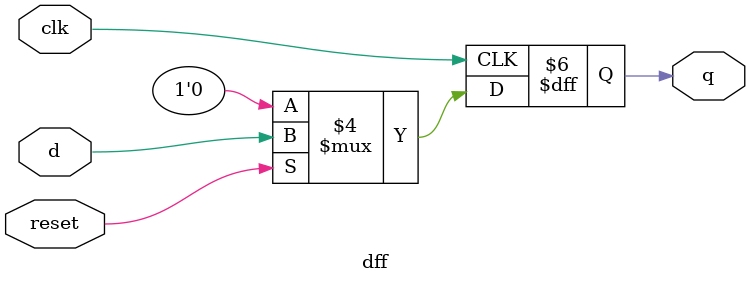
<source format=sv>
module dff(d,q,clk,reset);
    input d;
    input clk,reset;
    output reg q;
    always@(posedge clk)
    begin
        if(!reset)
            q <= 0;
        else
            q <= d;
    end
endmodule

</source>
